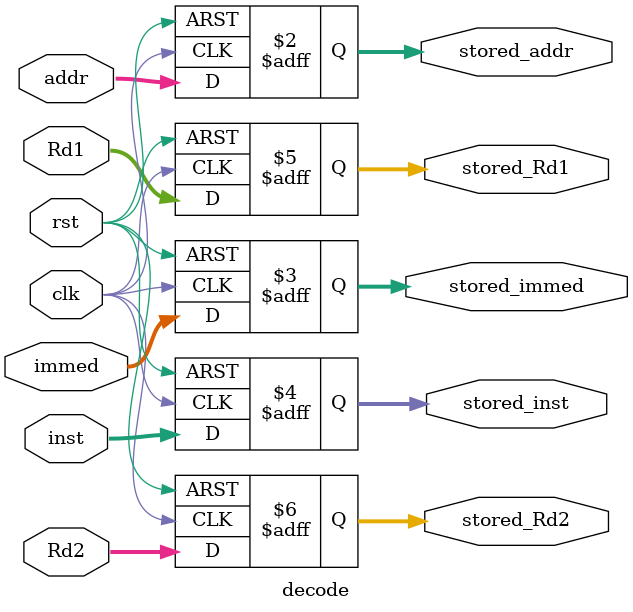
<source format=v>

module decode #(
    parameter DWIDTH = 32                   //! Largura dos dados armazenados
  )(
    input wire clk,                         //! Sinal de clock
    input wire rst,                         //! Sinal de reset
    input wire [DWIDTH-1:0] addr,           //! Endereço de leitura da Memória de Programa
    input wire [DWIDTH-1:0] immed,          //! Imediato
    input wire [DWIDTH-1:0] inst,           //! Instrução de entrada
    input wire [DWIDTH-1:0] Rd1,            //! Registrador d1
    input wire [DWIDTH-1:0] Rd2,            //! Registrador d2

    output reg [DWIDTH-1:0] stored_addr,    //! Endereço de leitura da Memória de Programa fornecido ao próximo estágio
    output reg [DWIDTH-1:0] stored_immed,   //! Imediato fornecido ao próximo estágio
    output reg [DWIDTH-1:0] stored_inst,    //! Instrução fornecida ao próximo estágio
    output reg [DWIDTH-1:0] stored_Rd1,     //! Registrador d1 fornecida ao próximo estágio
    output reg [DWIDTH-1:0] stored_Rd2,     //! Registrador d2 fornecida ao próximo estágio

  );

  //! Lógica para armazenar dados, instruções e flags de status
    always @(posedge clk or posedge rst)
    begin : Decode
        if (rst) begin
            stored_addr   <= 0;
            stored_immed  <= 0;
            stored_inst   <= 0;
            stored_Rd1    <= 0;
            stored_Rd2    <= 0;
        end
        else begin
            stored_addr  <= addr;
            stored_immed <= immed;
            stored_inst  <= inst;
            stored_Rd1   <= Rd1;
            stored_Rd2   <= Rd2;
        end
    end
endmodule
</source>
